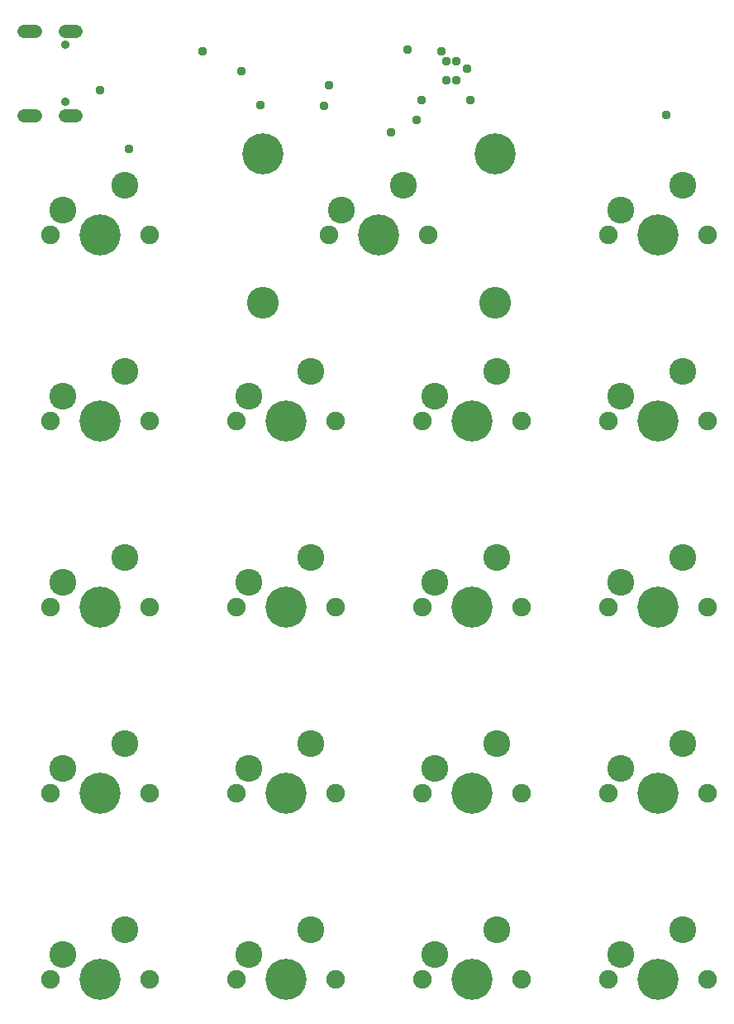
<source format=gbr>
G04 EAGLE Gerber RS-274X export*
G75*
%MOMM*%
%FSLAX34Y34*%
%LPD*%
%INSoldermask Top*%
%IPPOS*%
%AMOC8*
5,1,8,0,0,1.08239X$1,22.5*%
G01*
%ADD10C,4.203200*%
%ADD11C,1.903200*%
%ADD12C,2.743200*%
%ADD13C,3.253200*%
%ADD14C,1.361200*%
%ADD15C,0.903200*%
%ADD16C,0.959600*%


D10*
X95250Y857250D03*
D11*
X44450Y857250D03*
X146050Y857250D03*
D12*
X57150Y882650D03*
X120650Y908050D03*
D10*
X381000Y857250D03*
D11*
X330200Y857250D03*
X431800Y857250D03*
D13*
X262000Y787250D03*
X500000Y787250D03*
D10*
X262000Y939650D03*
X500000Y939650D03*
D12*
X342900Y882650D03*
X406400Y908050D03*
D10*
X666750Y857250D03*
D11*
X615950Y857250D03*
X717550Y857250D03*
D12*
X628650Y882650D03*
X692150Y908050D03*
D10*
X95250Y666750D03*
D11*
X44450Y666750D03*
X146050Y666750D03*
D12*
X57150Y692150D03*
X120650Y717550D03*
D10*
X285750Y666750D03*
D11*
X234950Y666750D03*
X336550Y666750D03*
D12*
X247650Y692150D03*
X311150Y717550D03*
D10*
X476250Y666750D03*
D11*
X425450Y666750D03*
X527050Y666750D03*
D12*
X438150Y692150D03*
X501650Y717550D03*
D10*
X666750Y666750D03*
D11*
X615950Y666750D03*
X717550Y666750D03*
D12*
X628650Y692150D03*
X692150Y717550D03*
D10*
X95250Y476250D03*
D11*
X44450Y476250D03*
X146050Y476250D03*
D12*
X57150Y501650D03*
X120650Y527050D03*
D10*
X285750Y476250D03*
D11*
X234950Y476250D03*
X336550Y476250D03*
D12*
X247650Y501650D03*
X311150Y527050D03*
D10*
X476250Y476250D03*
D11*
X425450Y476250D03*
X527050Y476250D03*
D12*
X438150Y501650D03*
X501650Y527050D03*
D10*
X666750Y476250D03*
D11*
X615950Y476250D03*
X717550Y476250D03*
D12*
X628650Y501650D03*
X692150Y527050D03*
D10*
X95250Y285750D03*
D11*
X44450Y285750D03*
X146050Y285750D03*
D12*
X57150Y311150D03*
X120650Y336550D03*
D10*
X285750Y285750D03*
D11*
X234950Y285750D03*
X336550Y285750D03*
D12*
X247650Y311150D03*
X311150Y336550D03*
D10*
X476250Y285750D03*
D11*
X425450Y285750D03*
X527050Y285750D03*
D12*
X438150Y311150D03*
X501650Y336550D03*
D10*
X666750Y285750D03*
D11*
X615950Y285750D03*
X717550Y285750D03*
D12*
X628650Y311150D03*
X692150Y336550D03*
D10*
X95250Y95250D03*
D11*
X44450Y95250D03*
X146050Y95250D03*
D12*
X57150Y120650D03*
X120650Y146050D03*
D10*
X285750Y95250D03*
D11*
X234950Y95250D03*
X336550Y95250D03*
D12*
X247650Y120650D03*
X311150Y146050D03*
D10*
X476250Y95250D03*
D11*
X425450Y95250D03*
X527050Y95250D03*
D12*
X438150Y120650D03*
X501650Y146050D03*
D10*
X666750Y95250D03*
D11*
X615950Y95250D03*
X717550Y95250D03*
D12*
X628650Y120650D03*
X692150Y146050D03*
D14*
X71055Y979215D02*
X59475Y979215D01*
X59475Y1065615D02*
X71055Y1065615D01*
X29255Y979215D02*
X17675Y979215D01*
X17675Y1065615D02*
X29255Y1065615D01*
D15*
X59965Y993515D03*
X59965Y1051315D03*
D16*
X425000Y995000D03*
X393599Y962175D03*
X330000Y1010000D03*
X410202Y1046782D03*
X471446Y1026755D03*
X450000Y1035000D03*
X450000Y1015000D03*
X460000Y1035000D03*
X460000Y1015000D03*
X420000Y975000D03*
X125000Y945000D03*
X445000Y1045000D03*
X675000Y980000D03*
X200000Y1045000D03*
X240000Y1025000D03*
X95000Y1005000D03*
X260000Y990000D03*
X475000Y995000D03*
X325178Y988846D03*
M02*

</source>
